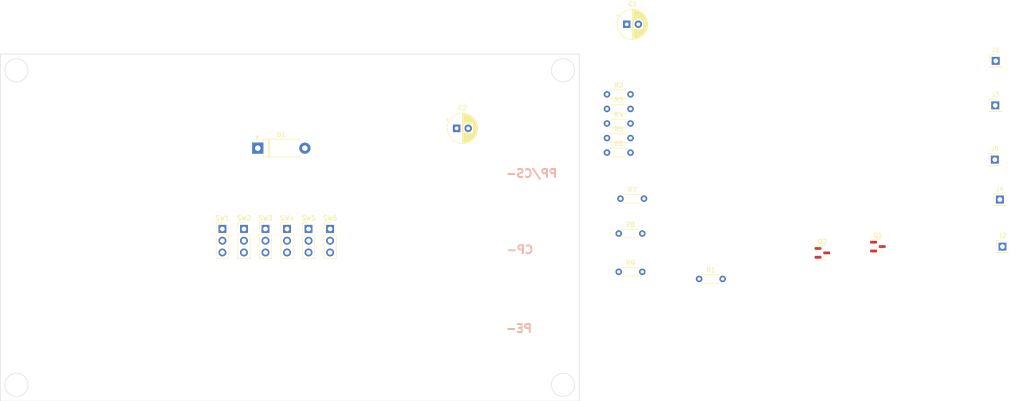
<source format=kicad_pcb>
(kicad_pcb (version 20221018) (generator pcbnew)
  (layers (0 "F.Cu" signal) (31 "B.Cu" signal) (34 "B.Paste" user) (35 "F.Paste" user) (36 "B.SilkS" user "B.Silkscreen") (37 "F.SilkS" user "F.Silkscreen") (38 "B.Mask" user) (39 "F.Mask" user) (44 "Edge.Cuts" user))
  (net 0 "")
  (net 1 "Earth_Protective")
  (net 2 "Net-(D1-A)")
  (net 3 "Net-(J3-Pin_1)")
  (net 4 "Net-(C1-Pad1)")
  (net 5 "Net-(Q1-G)")
  (net 6 "Net-(SW6-A)")
  (net 7 "Net-(SW5-A)")
  (net 8 "+5V")
  (net 10 "Net-(D1-K)")
  (net 12 "Net-(Q1-D)")
  (net 13 "Net-(C2-Pad1)")
  (net 14 "Net-(Q2-G)")
  (net 15 "Net-(Q1-S)")
  (net 16 "Net-(Q2-S)")
  (net 17 "Net-(SW4-B)")
  (net 18 "Net-(SW6-B)")
  (footprint "Resistor_THT:R_Axial_DIN0204_L3.6mm_D1.6mm_P5.08mm_Horizontal" (layer "F.Cu") (at 187.49 62.4)
    (fp_text reference "R5" (at 2.54 -1.92) (layer "F.SilkS"))
    (fp_text value "330")
    (fp_line (start 0.62 -0.92) (end 4.46 -0.92) (stroke (width 0.12)) (layer "F.SilkS"))
    (fp_line (start 0.62 0.92) (end 4.46 0.92) (stroke (width 0.12)) (layer "F.SilkS"))
    (pad "1" thru_hole circle (at 0 0) (size 1.4 1.4) (drill 0.7) (layers "*.Cu" "*.Mask") (net 7 "Net-(SW5-A)"))
    (pad "2" thru_hole oval (at 5.08 0) (size 1.4 1.4) (drill 0.7) (layers "*.Cu" "*.Mask") (net 8 "+5V"))
  )
  (footprint "Diode_THT:D_DO-15_P10.16mm_Horizontal" (layer "F.Cu") (at 112.11 64.59)
    (fp_text reference "D1" (at 5.08 -2.92) (layer "F.SilkS"))
    (fp_text value "D")
    (fp_text user "K" (at 0 -2.2) (layer "F.SilkS"))
    (fp_line (start 1.16 -1.92) (end 9 -1.92) (stroke (width 0.12)) (layer "F.SilkS"))
    (fp_line (start 1.16 -1.44) (end 1.16 -1.92) (stroke (width 0.12)) (layer "F.SilkS"))
    (fp_line (start 1.16 1.44) (end 1.16 1.92) (stroke (width 0.12)) (layer "F.SilkS"))
    (fp_line (start 1.16 1.92) (end 9 1.92) (stroke (width 0.12)) (layer "F.SilkS"))
    (fp_line (start 2.3 -1.92) (end 2.3 1.92) (stroke (width 0.12)) (layer "F.SilkS"))
    (fp_line (start 2.42 -1.92) (end 2.42 1.92) (stroke (width 0.12)) (layer "F.SilkS"))
    (fp_line (start 2.54 -1.92) (end 2.54 1.92) (stroke (width 0.12)) (layer "F.SilkS"))
    (fp_line (start 9 -1.92) (end 9 -1.44) (stroke (width 0.12)) (layer "F.SilkS"))
    (fp_line (start 9 1.92) (end 9 1.44) (stroke (width 0.12)) (layer "F.SilkS"))
    (pad "1" thru_hole rect (at 0 0) (size 2.4 2.4) (drill 1.2) (layers "*.Cu" "*.Mask") (net 10 "Net-(D1-K)"))
    (pad "2" thru_hole oval (at 10.16 0) (size 2.4 2.4) (drill 1.2) (layers "*.Cu" "*.Mask") (net 2 "Net-(D1-A)"))
  )
  (footprint "Connector_PinHeader_2.54mm:PinHeader_1x03_P2.54mm_Vertical" (layer "F.Cu") (at 127.72 82.05)
    (fp_text reference "SW6" (at 0 -2.33) (layer "F.SilkS"))
    (fp_text value "SW_SPDT")
    (fp_line (start -1.33 -1.33) (end 0 -1.33) (stroke (width 0.12)) (layer "F.SilkS"))
    (fp_line (start -1.33 0) (end -1.33 -1.33) (stroke (width 0.12)) (layer "F.SilkS"))
    (fp_line (start -1.33 1.27) (end -1.33 6.41) (stroke (width 0.12)) (layer "F.SilkS"))
    (fp_line (start -1.33 1.27) (end 1.33 1.27) (stroke (width 0.12)) (layer "F.SilkS"))
    (fp_line (start -1.33 6.41) (end 1.33 6.41) (stroke (width 0.12)) (layer "F.SilkS"))
    (fp_line (start 1.33 1.27) (end 1.33 6.41) (stroke (width 0.12)) (layer "F.SilkS"))
    (pad "1" thru_hole rect (at 0 0) (size 1.7 1.7) (drill 1) (layers "*.Cu" "*.Mask") (net 6 "Net-(SW6-A)"))
    (pad "2" thru_hole oval (at 0 2.54) (size 1.7 1.7) (drill 1) (layers "*.Cu" "*.Mask") (net 18 "Net-(SW6-B)"))
    (pad "3" thru_hole oval (at 0 5.08) (size 1.7 1.7) (drill 1) (layers "*.Cu" "*.Mask") (net 1 "Earth_Protective"))
  )
  (footprint "Resistor_THT:R_Axial_DIN0204_L3.6mm_D1.6mm_P5.08mm_Horizontal" (layer "F.Cu") (at 187.49 65.55)
    (fp_text reference "R6" (at 2.54 -1.92) (layer "F.SilkS"))
    (fp_text value "2.7K")
    (fp_line (start 0.62 -0.92) (end 4.46 -0.92) (stroke (width 0.12)) (layer "F.SilkS"))
    (fp_line (start 0.62 0.92) (end 4.46 0.92) (stroke (width 0.12)) (layer "F.SilkS"))
    (pad "1" thru_hole circle (at 0 0) (size 1.4 1.4) (drill 0.7) (layers "*.Cu" "*.Mask") (net 7 "Net-(SW5-A)"))
    (pad "2" thru_hole oval (at 5.08 0) (size 1.4 1.4) (drill 0.7) (layers "*.Cu" "*.Mask") (net 1 "Earth_Protective"))
  )
  (footprint "Connector_PinHeader_2.54mm:PinHeader_1x03_P2.54mm_Vertical" (layer "F.Cu") (at 118.42 82.05)
    (fp_text reference "SW4" (at 0 -2.33) (layer "F.SilkS"))
    (fp_text value "SW_SPDT")
    (fp_line (start -1.33 -1.33) (end 0 -1.33) (stroke (width 0.12)) (layer "F.SilkS"))
    (fp_line (start -1.33 0) (end -1.33 -1.33) (stroke (width 0.12)) (layer "F.SilkS"))
    (fp_line (start -1.33 1.27) (end -1.33 6.41) (stroke (width 0.12)) (layer "F.SilkS"))
    (fp_line (start -1.33 1.27) (end 1.33 1.27) (stroke (width 0.12)) (layer "F.SilkS"))
    (fp_line (start -1.33 6.41) (end 1.33 6.41) (stroke (width 0.12)) (layer "F.SilkS"))
    (fp_line (start 1.33 1.27) (end 1.33 6.41) (stroke (width 0.12)) (layer "F.SilkS"))
    (pad "1" thru_hole rect (at 0 0) (size 1.7 1.7) (drill 1) (layers "*.Cu" "*.Mask") (net 12 "Net-(Q1-D)"))
    (pad "2" thru_hole oval (at 0 2.54) (size 1.7 1.7) (drill 1) (layers "*.Cu" "*.Mask") (net 17 "Net-(SW4-B)"))
    (pad "3" thru_hole oval (at 0 5.08) (size 1.7 1.7) (drill 1) (layers "*.Cu" "*.Mask"))
  )
  (footprint "Connector_PinHeader_2.54mm:PinHeader_1x03_P2.54mm_Vertical" (layer "F.Cu") (at 123.07 82.05)
    (fp_text reference "SW5" (at 0 -2.33) (layer "F.SilkS"))
    (fp_text value "SW_SPDT")
    (fp_line (start -1.33 -1.33) (end 0 -1.33) (stroke (width 0.12)) (layer "F.SilkS"))
    (fp_line (start -1.33 0) (end -1.33 -1.33) (stroke (width 0.12)) (layer "F.SilkS"))
    (fp_line (start -1.33 1.27) (end -1.33 6.41) (stroke (width 0.12)) (layer "F.SilkS"))
    (fp_line (start -1.33 1.27) (end 1.33 1.27) (stroke (width 0.12)) (layer "F.SilkS"))
    (fp_line (start -1.33 6.41) (end 1.33 6.41) (stroke (width 0.12)) (layer "F.SilkS"))
    (fp_line (start 1.33 1.27) (end 1.33 6.41) (stroke (width 0.12)) (layer "F.SilkS"))
    (pad "1" thru_hole rect (at 0 0) (size 1.7 1.7) (drill 1) (layers "*.Cu" "*.Mask") (net 7 "Net-(SW5-A)"))
    (pad "2" thru_hole oval (at 0 2.54) (size 1.7 1.7) (drill 1) (layers "*.Cu" "*.Mask") (net 3 "Net-(J3-Pin_1)"))
    (pad "3" thru_hole oval (at 0 5.08) (size 1.7 1.7) (drill 1) (layers "*.Cu" "*.Mask"))
  )
  (footprint "Connector_PinHeader_2.54mm:PinHeader_1x01_P2.54mm_Vertical" (layer "F.Cu") (at 272.86 85.86)
    (fp_text reference "J2" (at 0 -2.33) (layer "F.SilkS"))
    (fp_text value "Conn_01x01")
    (fp_line (start -1.33 -1.33) (end 0 -1.33) (stroke (width 0.12)) (layer "F.SilkS"))
    (fp_line (start -1.33 0) (end -1.33 -1.33) (stroke (width 0.12)) (layer "F.SilkS"))
    (fp_line (start -1.33 1.27) (end -1.33 1.33) (stroke (width 0.12)) (layer "F.SilkS"))
    (fp_line (start -1.33 1.27) (end 1.33 1.27) (stroke (width 0.12)) (layer "F.SilkS"))
    (fp_line (start -1.33 1.33) (end 1.33 1.33) (stroke (width 0.12)) (layer "F.SilkS"))
    (fp_line (start 1.33 1.27) (end 1.33 1.33) (stroke (width 0.12)) (layer "F.SilkS"))
    (pad "1" thru_hole rect (at 0 0) (size 1.7 1.7) (drill 1) (layers "*.Cu" "*.Mask") (net 2 "Net-(D1-A)"))
  )
  (footprint "Resistor_THT:R_Axial_DIN0204_L3.6mm_D1.6mm_P5.08mm_Horizontal" (layer "F.Cu") (at 187.49 52.95)
    (fp_text reference "R2" (at 2.54 -1.92) (layer "F.SilkS"))
    (fp_text value "1.3K")
    (fp_line (start 0.62 -0.92) (end 4.46 -0.92) (stroke (width 0.12)) (layer "F.SilkS"))
    (fp_line (start 0.62 0.92) (end 4.46 0.92) (stroke (width 0.12)) (layer "F.SilkS"))
    (pad "1" thru_hole circle (at 0 0) (size 1.4 1.4) (drill 0.7) (layers "*.Cu" "*.Mask") (net 10 "Net-(D1-K)"))
    (pad "2" thru_hole oval (at 5.08 0) (size 1.4 1.4) (drill 0.7) (layers "*.Cu" "*.Mask") (net 16 "Net-(Q2-S)"))
  )
  (footprint "Connector_PinHeader_2.54mm:PinHeader_1x03_P2.54mm_Vertical" (layer "F.Cu") (at 109.12 82.05)
    (fp_text reference "SW2" (at 0 -2.33) (layer "F.SilkS"))
    (fp_text value "SW_SPDT")
    (fp_line (start -1.33 -1.33) (end 0 -1.33) (stroke (width 0.12)) (layer "F.SilkS"))
    (fp_line (start -1.33 0) (end -1.33 -1.33) (stroke (width 0.12)) (layer "F.SilkS"))
    (fp_line (start -1.33 1.27) (end -1.33 6.41) (stroke (width 0.12)) (layer "F.SilkS"))
    (fp_line (start -1.33 1.27) (end 1.33 1.27) (stroke (width 0.12)) (layer "F.SilkS"))
    (fp_line (start -1.33 6.41) (end 1.33 6.41) (stroke (width 0.12)) (layer "F.SilkS"))
    (fp_line (start 1.33 1.27) (end 1.33 6.41) (stroke (width 0.12)) (layer "F.SilkS"))
    (pad "1" thru_hole rect (at 0 0) (size 1.7 1.7) (drill 1) (layers "*.Cu" "*.Mask"))
    (pad "2" thru_hole oval (at 0 2.54) (size 1.7 1.7) (drill 1) (layers "*.Cu" "*.Mask") (net 12 "Net-(Q1-D)"))
    (pad "3" thru_hole oval (at 0 5.08) (size 1.7 1.7) (drill 1) (layers "*.Cu" "*.Mask") (net 2 "Net-(D1-A)"))
  )
  (footprint "Connector_PinHeader_2.54mm:PinHeader_1x01_P2.54mm_Vertical" (layer "F.Cu") (at 271.31 55.34)
    (fp_text reference "J3" (at 0 -2.33) (layer "F.SilkS"))
    (fp_text value "Conn_01x01")
    (fp_line (start -1.33 -1.33) (end 0 -1.33) (stroke (width 0.12)) (layer "F.SilkS"))
    (fp_line (start -1.33 0) (end -1.33 -1.33) (stroke (width 0.12)) (layer "F.SilkS"))
    (fp_line (start -1.33 1.27) (end -1.33 1.33) (stroke (width 0.12)) (layer "F.SilkS"))
    (fp_line (start -1.33 1.27) (end 1.33 1.27) (stroke (width 0.12)) (layer "F.SilkS"))
    (fp_line (start -1.33 1.33) (end 1.33 1.33) (stroke (width 0.12)) (layer "F.SilkS"))
    (fp_line (start 1.33 1.27) (end 1.33 1.33) (stroke (width 0.12)) (layer "F.SilkS"))
    (pad "1" thru_hole rect (at 0 0) (size 1.7 1.7) (drill 1) (layers "*.Cu" "*.Mask") (net 3 "Net-(J3-Pin_1)"))
  )
  (footprint "Resistor_THT:R_Axial_DIN0204_L3.6mm_D1.6mm_P5.08mm_Horizontal" (layer "F.Cu") (at 187.49 56.1)
    (fp_text reference "R3" (at 2.54 -1.92) (layer "F.SilkS"))
    (fp_text value "270")
    (fp_line (start 0.62 -0.92) (end 4.46 -0.92) (stroke (width 0.12)) (layer "F.SilkS"))
    (fp_line (start 0.62 0.92) (end 4.46 0.92) (stroke (width 0.12)) (layer "F.SilkS"))
    (pad "1" thru_hole circle (at 0 0) (size 1.4 1.4) (drill 0.7) (layers "*.Cu" "*.Mask") (net 17 "Net-(SW4-B)"))
    (pad "2" thru_hole oval (at 5.08 0) (size 1.4 1.4) (drill 0.7) (layers "*.Cu" "*.Mask") (net 10 "Net-(D1-K)"))
  )
  (footprint "Resistor_THT:R_Axial_DIN0204_L3.6mm_D1.6mm_P5.08mm_Horizontal" (layer "F.Cu") (at 190.4 75.5)
    (fp_text reference "R7" (at 2.54 -1.92) (layer "F.SilkS"))
    (fp_text value "150")
    (fp_line (start 0.62 -0.92) (end 4.46 -0.92) (stroke (width 0.12)) (layer "F.SilkS"))
    (fp_line (start 0.62 0.92) (end 4.46 0.92) (stroke (width 0.12)) (layer "F.SilkS"))
    (pad "1" thru_hole circle (at 0 0) (size 1.4 1.4) (drill 0.7) (layers "*.Cu" "*.Mask") (net 18 "Net-(SW6-B)"))
    (pad "2" thru_hole oval (at 5.08 0) (size 1.4 1.4) (drill 0.7) (layers "*.Cu" "*.Mask") (net 3 "Net-(J3-Pin_1)"))
  )
  (footprint "Package_TO_SOT_SMD:SOT-23" (layer "F.Cu") (at 233.99 87.22)
    (fp_text reference "Q2" (at 0 -2.4) (layer "F.SilkS"))
    (fp_text value "AO3400A")
    (fp_line (start 0 -1.56) (end -1.675 -1.56) (stroke (width 0.12)) (layer "F.SilkS"))
    (fp_line (start 0 -1.56) (end 0.65 -1.56) (stroke (width 0.12)) (layer "F.SilkS"))
    (fp_line (start 0 1.56) (end -0.65 1.56) (stroke (width 0.12)) (layer "F.SilkS"))
    (fp_line (start 0 1.56) (end 0.65 1.56) (stroke (width 0.12)) (layer "F.SilkS"))
    (pad "1" smd roundrect (at -0.9375 -0.95) (size 1.475 0.6) (layers "F.Cu" "F.Paste" "F.Mask") (net 14 "Net-(Q2-G)"))
    (pad "2" smd roundrect (at -0.9375 0.95) (size 1.475 0.6) (layers "F.Cu" "F.Paste" "F.Mask") (net 16 "Net-(Q2-S)"))
    (pad "3" smd roundrect (at 0.9375 0) (size 1.475 0.6) (layers "F.Cu" "F.Paste" "F.Mask") (net 12 "Net-(Q1-D)"))
  )
  (footprint "Package_TO_SOT_SMD:SOT-23" (layer "F.Cu") (at 245.98 85.86)
    (fp_text reference "Q1" (at 0 -2.4) (layer "F.SilkS"))
    (fp_text value "AO3400A")
    (fp_line (start 0 -1.56) (end -1.675 -1.56) (stroke (width 0.12)) (layer "F.SilkS"))
    (fp_line (start 0 -1.56) (end 0.65 -1.56) (stroke (width 0.12)) (layer "F.SilkS"))
    (fp_line (start 0 1.56) (end -0.65 1.56) (stroke (width 0.12)) (layer "F.SilkS"))
    (fp_line (start 0 1.56) (end 0.65 1.56) (stroke (width 0.12)) (layer "F.SilkS"))
    (pad "1" smd roundrect (at -0.9375 -0.95) (size 1.475 0.6) (layers "F.Cu" "F.Paste" "F.Mask") (net 5 "Net-(Q1-G)"))
    (pad "2" smd roundrect (at -0.9375 0.95) (size 1.475 0.6) (layers "F.Cu" "F.Paste" "F.Mask") (net 15 "Net-(Q1-S)"))
    (pad "3" smd roundrect (at 0.9375 0) (size 1.475 0.6) (layers "F.Cu" "F.Paste" "F.Mask") (net 12 "Net-(Q1-D)"))
  )
  (footprint "Connector_PinHeader_2.54mm:PinHeader_1x01_P2.54mm_Vertical" (layer "F.Cu") (at 271.41 45.71)
    (fp_text reference "J1" (at 0 -2.33) (layer "F.SilkS"))
    (fp_text value "Conn_01x01")
    (fp_line (start -1.33 -1.33) (end 0 -1.33) (stroke (width 0.12)) (layer "F.SilkS"))
    (fp_line (start -1.33 0) (end -1.33 -1.33) (stroke (width 0.12)) (layer "F.SilkS"))
    (fp_line (start -1.33 1.27) (end -1.33 1.33) (stroke (width 0.12)) (layer "F.SilkS"))
    (fp_line (start -1.33 1.27) (end 1.33 1.27) (stroke (width 0.12)) (layer "F.SilkS"))
    (fp_line (start -1.33 1.33) (end 1.33 1.33) (stroke (width 0.12)) (layer "F.SilkS"))
    (fp_line (start 1.33 1.27) (end 1.33 1.33) (stroke (width 0.12)) (layer "F.SilkS"))
    (pad "1" thru_hole rect (at 0 0) (size 1.7 1.7) (drill 1) (layers "*.Cu" "*.Mask") (net 1 "Earth_Protective"))
  )
  (footprint "Capacitor_THT:CP_Radial_D6.3mm_P2.50mm" (layer "F.Cu") (at 155.037621 60.3)
    (fp_text reference "C2" (at 1.25 -4.4) (layer "F.SilkS"))
    (fp_text value "200uF")
    (fp_line (start -2.250241 -1.839) (end -1.620241 -1.839) (stroke (width 0.12)) (layer "F.SilkS"))
    (fp_line (start -1.935241 -2.154) (end -1.935241 -1.524) (stroke (width 0.12)) (layer "F.SilkS"))
    (fp_line (start 1.25 -3.23) (end 1.25 3.23) (stroke (width 0.12)) (layer "F.SilkS"))
    (fp_line (start 1.29 -3.23) (end 1.29 3.23) (stroke (width 0.12)) (layer "F.SilkS"))
    (fp_line (start 1.33 -3.23) (end 1.33 3.23) (stroke (width 0.12)) (layer "F.SilkS"))
    (fp_line (start 1.37 -3.228) (end 1.37 3.228) (stroke (width 0.12)) (layer "F.SilkS"))
    (fp_line (start 1.41 -3.227) (end 1.41 3.227) (stroke (width 0.12)) (layer "F.SilkS"))
    (fp_line (start 1.45 -3.224) (end 1.45 3.224) (stroke (width 0.12)) (layer "F.SilkS"))
    (fp_line (start 1.49 -3.222) (end 1.49 -1.04) (stroke (width 0.12)) (layer "F.SilkS"))
    (fp_line (start 1.49 1.04) (end 1.49 3.222) (stroke (width 0.12)) (layer "F.SilkS"))
    (fp_line (start 1.53 -3.218) (end 1.53 -1.04) (stroke (width 0.12)) (layer "F.SilkS"))
    (fp_line (start 1.53 1.04) (end 1.53 3.218) (stroke (width 0.12)) (layer "F.SilkS"))
    (fp_line (start 1.57 -3.215) (end 1.57 -1.04) (stroke (width 0.12)) (layer "F.SilkS"))
    (fp_line (start 1.57 1.04) (end 1.57 3.215) (stroke (width 0.12)) (layer "F.SilkS"))
    (fp_line (start 1.61 -3.211) (end 1.61 -1.04) (stroke (width 0.12)) (layer "F.SilkS"))
    (fp_line (start 1.61 1.04) (end 1.61 3.211) (stroke (width 0.12)) (layer "F.SilkS"))
    (fp_line (start 1.65 -3.206) (end 1.65 -1.04) (stroke (width 0.12)) (layer "F.SilkS"))
    (fp_line (start 1.65 1.04) (end 1.65 3.206) (stroke (width 0.12)) (layer "F.SilkS"))
    (fp_line (start 1.69 -3.201) (end 1.69 -1.04) (stroke (width 0.12)) (layer "F.SilkS"))
    (fp_line (start 1.69 1.04) (end 1.69 3.201) (stroke (width 0.12)) (layer "F.SilkS"))
    (fp_line (start 1.73 -3.195) (end 1.73 -1.04) (stroke (width 0.12)) (layer "F.SilkS"))
    (fp_line (start 1.73 1.04) (end 1.73 3.195) (stroke (width 0.12)) (layer "F.SilkS"))
    (fp_line (start 1.77 -3.189) (end 1.77 -1.04) (stroke (width 0.12)) (layer "F.SilkS"))
    (fp_line (start 1.77 1.04) (end 1.77 3.189) (stroke (width 0.12)) (layer "F.SilkS"))
    (fp_line (start 1.81 -3.182) (end 1.81 -1.04) (stroke (width 0.12)) (layer "F.SilkS"))
    (fp_line (start 1.81 1.04) (end 1.81 3.182) (stroke (width 0.12)) (layer "F.SilkS"))
    (fp_line (start 1.85 -3.175) (end 1.85 -1.04) (stroke (width 0.12)) (layer "F.SilkS"))
    (fp_line (start 1.85 1.04) (end 1.85 3.175) (stroke (width 0.12)) (layer "F.SilkS"))
    (fp_line (start 1.89 -3.167) (end 1.89 -1.04) (stroke (width 0.12)) (layer "F.SilkS"))
    (fp_line (start 1.89 1.04) (end 1.89 3.167) (stroke (width 0.12)) (layer "F.SilkS"))
    (fp_line (start 1.93 -3.159) (end 1.93 -1.04) (stroke (width 0.12)) (layer "F.SilkS"))
    (fp_line (start 1.93 1.04) (end 1.93 3.159) (stroke (width 0.12)) (layer "F.SilkS"))
    (fp_line (start 1.971 -3.15) (end 1.971 -1.04) (stroke (width 0.12)) (layer "F.SilkS"))
    (fp_line (start 1.971 1.04) (end 1.971 3.15) (stroke (width 0.12)) (layer "F.SilkS"))
    (fp_line (start 2.011 -3.141) (end 2.011 -1.04) (stroke (width 0.12)) (layer "F.SilkS"))
    (fp_line (start 2.011 1.04) (end 2.011 3.141) (stroke (width 0.12)) (layer "F.SilkS"))
    (fp_line (start 2.051 -3.131) (end 2.051 -1.04) (stroke (width 0.12)) (layer "F.SilkS"))
    (fp_line (start 2.051 1.04) (end 2.051 3.131) (stroke (width 0.12)) (layer "F.SilkS"))
    (fp_line (start 2.091 -3.121) (end 2.091 -1.04) (stroke (width 0.12)) (layer "F.SilkS"))
    (fp_line (start 2.091 1.04) (end 2.091 3.121) (stroke (width 0.12)) (layer "F.SilkS"))
    (fp_line (start 2.131 -3.11) (end 2.131 -1.04) (stroke (width 0.12)) (layer "F.SilkS"))
    (fp_line (start 2.131 1.04) (end 2.131 3.11) (stroke (width 0.12)) (layer "F.SilkS"))
    (fp_line (start 2.171 -3.098) (end 2.171 -1.04) (stroke (width 0.12)) (layer "F.SilkS"))
    (fp_line (start 2.171 1.04) (end 2.171 3.098) (stroke (width 0.12)) (layer "F.SilkS"))
    (fp_line (start 2.211 -3.086) (end 2.211 -1.04) (stroke (width 0.12)) (layer "F.SilkS"))
    (fp_line (start 2.211 1.04) (end 2.211 3.086) (stroke (width 0.12)) (layer "F.SilkS"))
    (fp_line (start 2.251 -3.074) (end 2.251 -1.04) (stroke (width 0.12)) (layer "F.SilkS"))
    (fp_line (start 2.251 1.04) (end 2.251 3.074) (stroke (width 0.12)) (layer "F.SilkS"))
    (fp_line (start 2.291 -3.061) (end 2.291 -1.04) (stroke (width 0.12)) (layer "F.SilkS"))
    (fp_line (start 2.291 1.04) (end 2.291 3.061) (stroke (width 0.12)) (layer "F.SilkS"))
    (fp_line (start 2.331 -3.047) (end 2.331 -1.04) (stroke (width 0.12)) (layer "F.SilkS"))
    (fp_line (start 2.331 1.04) (end 2.331 3.047) (stroke (width 0.12)) (layer "F.SilkS"))
    (fp_line (start 2.371 -3.033) (end 2.371 -1.04) (stroke (width 0.12)) (layer "F.SilkS"))
    (fp_line (start 2.371 1.04) (end 2.371 3.033) (stroke (width 0.12)) (layer "F.SilkS"))
    (fp_line (start 2.411 -3.018) (end 2.411 -1.04) (stroke (width 0.12)) (layer "F.SilkS"))
    (fp_line (start 2.411 1.04) (end 2.411 3.018) (stroke (width 0.12)) (layer "F.SilkS"))
    (fp_line (start 2.451 -3.002) (end 2.451 -1.04) (stroke (width 0.12)) (layer "F.SilkS"))
    (fp_line (start 2.451 1.04) (end 2.451 3.002) (stroke (width 0.12)) (layer "F.SilkS"))
    (fp_line (start 2.491 -2.986) (end 2.491 -1.04) (stroke (width 0.12)) (layer "F.SilkS"))
    (fp_line (start 2.491 1.04) (end 2.491 2.986) (stroke (width 0.12)) (layer "F.SilkS"))
    (fp_line (start 2.531 -2.97) (end 2.531 -1.04) (stroke (width 0.12)) (layer "F.SilkS"))
    (fp_line (start 2.531 1.04) (end 2.531 2.97) (stroke (width 0.12)) (layer "F.SilkS"))
    (fp_line (start 2.571 -2.952) (end 2.571 -1.04) (stroke (width 0.12)) (layer "F.SilkS"))
    (fp_line (start 2.571 1.04) (end 2.571 2.952) (stroke (width 0.12)) (layer "F.SilkS"))
    (fp_line (start 2.611 -2.934) (end 2.611 -1.04) (stroke (width 0.12)) (layer "F.SilkS"))
    (fp_line (start 2.611 1.04) (end 2.611 2.934) (stroke (width 0.12)) (layer "F.SilkS"))
    (fp_line (start 2.651 -2.916) (end 2.651 -1.04) (stroke (width 0.12)) (layer "F.SilkS"))
    (fp_line (start 2.651 1.04) (end 2.651 2.916) (stroke (width 0.12)) (layer "F.SilkS"))
    (fp_line (start 2.691 -2.896) (end 2.691 -1.04) (stroke (width 0.12)) (layer "F.SilkS"))
    (fp_line (start 2.691 1.04) (end 2.691 2.896) (stroke (width 0.12)) (layer "F.SilkS"))
    (fp_line (start 2.731 -2.876) (end 2.731 -1.04) (stroke (width 0.12)) (layer "F.SilkS"))
    (fp_line (start 2.731 1.04) (end 2.731 2.876) (stroke (width 0.12)) (layer "F.SilkS"))
    (fp_line (start 2.771 -2.856) (end 2.771 -1.04) (stroke (width 0.12)) (layer "F.SilkS"))
    (fp_line (start 2.771 1.04) (end 2.771 2.856) (stroke (width 0.12)) (layer "F.SilkS"))
    (fp_line (start 2.811 -2.834) (end 2.811 -1.04) (stroke (width 0.12)) (layer "F.SilkS"))
    (fp_line (start 2.811 1.04) (end 2.811 2.834) (stroke (width 0.12)) (layer "F.SilkS"))
    (fp_line (start 2.851 -2.812) (end 2.851 -1.04) (stroke (width 0.12)) (layer "F.SilkS"))
    (fp_line (start 2.851 1.04) (end 2.851 2.812) (stroke (width 0.12)) (layer "F.SilkS"))
    (fp_line (start 2.891 -2.79) (end 2.891 -1.04) (stroke (width 0.12)) (layer "F.SilkS"))
    (fp_line (start 2.891 1.04) (end 2.891 2.79) (stroke (width 0.12)) (layer "F.SilkS"))
    (fp_line (start 2.931 -2.766) (end 2.931 -1.04) (stroke (width 0.12)) (layer "F.SilkS"))
    (fp_line (start 2.931 1.04) (end 2.931 2.766) (stroke (width 0.12)) (layer "F.SilkS"))
    (fp_line (start 2.971 -2.742) (end 2.971 -1.04) (stroke (width 0.12)) (layer "F.SilkS"))
    (fp_line (start 2.971 1.04) (end 2.971 2.742) (stroke (width 0.12)) (layer "F.SilkS"))
    (fp_line (start 3.011 -2.716) (end 3.011 -1.04) (stroke (width 0.12)) (layer "F.SilkS"))
    (fp_line (start 3.011 1.04) (end 3.011 2.716) (stroke (width 0.12)) (layer "F.SilkS"))
    (fp_line (start 3.051 -2.69) (end 3.051 -1.04) (stroke (width 0.12)) (layer "F.SilkS"))
    (fp_line (start 3.051 1.04) (end 3.051 2.69) (stroke (width 0.12)) (layer "F.SilkS"))
    (fp_line (start 3.091 -2.664) (end 3.091 -1.04) (stroke (width 0.12)) (layer "F.SilkS"))
    (fp_line (start 3.091 1.04) (end 3.091 2.664) (stroke (width 0.12)) (layer "F.SilkS"))
    (fp_line (start 3.131 -2.636) (end 3.131 -1.04) (stroke (width 0.12)) (layer "F.SilkS"))
    (fp_line (start 3.131 1.04) (end 3.131 2.636) (stroke (width 0.12)) (layer "F.SilkS"))
    (fp_line (start 3.171 -2.607) (end 3.171 -1.04) (stroke (width 0.12)) (layer "F.SilkS"))
    (fp_line (start 3.171 1.04) (end 3.171 2.607) (stroke (width 0.12)) (layer "F.SilkS"))
    (fp_line (start 3.211 -2.578) (end 3.211 -1.04) (stroke (width 0.12)) (layer "F.SilkS"))
    (fp_line (start 3.211 1.04) (end 3.211 2.578) (stroke (width 0.12)) (layer "F.SilkS"))
    (fp_line (start 3.251 -2.548) (end 3.251 -1.04) (stroke (width 0.12)) (layer "F.SilkS"))
    (fp_line (start 3.251 1.04) (end 3.251 2.548) (stroke (width 0.12)) (layer "F.SilkS"))
    (fp_line (start 3.291 -2.516) (end 3.291 -1.04) (stroke (width 0.12)) (layer "F.SilkS"))
    (fp_line (start 3.291 1.04) (end 3.291 2.516) (stroke (width 0.12)) (layer "F.SilkS"))
    (fp_line (start 3.331 -2.484) (end 3.331 -1.04) (stroke (width 0.12)) (layer "F.SilkS"))
    (fp_line (start 3.331 1.04) (end 3.331 2.484) (stroke (width 0.12)) (layer "F.SilkS"))
    (fp_line (start 3.371 -2.45) (end 3.371 -1.04) (stroke (width 0.12)) (layer "F.SilkS"))
    (fp_line (start 3.371 1.04) (end 3.371 2.45) (stroke (width 0.12)) (layer "F.SilkS"))
    (fp_line (start 3.411 -2.416) (end 3.411 -1.04) (stroke (width 0.12)) (layer "F.SilkS"))
    (fp_line (start 3.411 1.04) (end 3.411 2.416) (stroke (width 0.12)) (layer "F.SilkS"))
    (fp_line (start 3.451 -2.38) (end 3.451 -1.04) (stroke (width 0.12)) (layer "F.SilkS"))
    (fp_line (start 3.451 1.04) (end 3.451 2.38) (stroke (width 0.12)) (layer "F.SilkS"))
    (fp_line (start 3.491 -2.343) (end 3.491 -1.04) (stroke (width 0.12)) (layer "F.SilkS"))
    (fp_line (start 3.491 1.04) (end 3.491 2.343) (stroke (width 0.12)) (layer "F.SilkS"))
    (fp_line (start 3.531 -2.305) (end 3.531 -1.04) (stroke (width 0.12)) (layer "F.SilkS"))
    (fp_line (start 3.531 1.04) (end 3.531 2.305) (stroke (width 0.12)) (layer "F.SilkS"))
    (fp_line (start 3.571 -2.265) (end 3.571 2.265) (stroke (width 0.12)) (layer "F.SilkS"))
    (fp_line (start 3.611 -2.224) (end 3.611 2.224) (stroke (width 0.12)) (layer "F.SilkS"))
    (fp_line (start 3.651 -2.182) (end 3.651 2.182) (stroke (width 0.12)) (layer "F.SilkS"))
    (fp_line (start 3.691 -2.137) (end 3.691 2.137) (stroke (width 0.12)) (layer "F.SilkS"))
    (fp_line (start 3.731 -2.092) (end 3.731 2.092) (stroke (width 0.12)) (layer "F.SilkS"))
    (fp_line (start 3.771 -2.044) (end 3.771 2.044) (stroke (width 0.12)) (layer "F.SilkS"))
    (fp_line (start 3.811 -1.995) (end 3.811 1.995) (stroke (width 0.12)) (layer "F.SilkS"))
    (fp_line (start 3.851 -1.944) (end 3.851 1.944) (stroke (width 0.12)) (layer "F.SilkS"))
    (fp_line (start 3.891 -1.89) (end 3.891 1.89) (stroke (width 0.12)) (layer "F.SilkS"))
    (fp_line (start 3.931 -1.834) (end 3.931 1.834) (stroke (width 0.12)) (layer "F.SilkS"))
    (fp_line (start 3.971 -1.776) (end 3.971 1.776) (stroke (width 0.12)) (layer "F.SilkS"))
    (fp_line (start 4.011 -1.714) (end 4.011 1.714) (stroke (width 0.12)) (layer "F.SilkS"))
    (fp_line (start 4.051 -1.65) (end 4.051 1.65) (stroke (width 0.12)) (layer "F.SilkS"))
    (fp_line (start 4.091 -1.581) (end 4.091 1.581) (stroke (width 0.12)) (layer "F.SilkS"))
    (fp_line (start 4.131 -1.509) (end 4.131 1.509) (stroke (width 0.12)) (layer "F.SilkS"))
    (fp_line (start 4.171 -1.432) (end 4.171 1.432) (stroke (width 0.12)) (layer "F.SilkS"))
    (fp_line (start 4.211 -1.35) (end 4.211 1.35) (stroke (width 0.12)) (layer "F.SilkS"))
    (fp_line (start 4.251 -1.262) (end 4.251 1.262) (stroke (width 0.12)) (layer "F.SilkS"))
    (fp_line (start 4.291 -1.165) (end 4.291 1.165) (stroke (width 0.12)) (layer "F.SilkS"))
    (fp_line (start 4.331 -1.059) (end 4.331 1.059) (stroke (width 0.12)) (layer "F.SilkS"))
    (fp_line (start 4.371 -0.94) (end 4.371 0.94) (stroke (width 0.12)) (layer "F.SilkS"))
    (fp_line (start 4.411 -0.802) (end 4.411 0.802) (stroke (width 0.12)) (layer "F.SilkS"))
    (fp_line (start 4.451 -0.633) (end 4.451 0.633) (stroke (width 0.12)) (layer "F.SilkS"))
    (fp_line (start 4.491 -0.402) (end 4.491 0.402) (stroke (width 0.12)) (layer "F.SilkS"))
    (fp_circle (center 1.25 0) (end 4.52 0) (stroke (width 0.12)) (fill none) (layer "F.SilkS"))
    (pad "1" thru_hole rect (at 0 0) (size 1.6 1.6) (drill 0.8) (layers "*.Cu" "*.Mask") (net 13 "Net-(C2-Pad1)"))
    (pad "2" thru_hole circle (at 2.5 0) (size 1.6 1.6) (drill 0.8) (layers "*.Cu" "*.Mask") (net 14 "Net-(Q2-G)"))
  )
  (footprint "Connector_PinHeader_2.54mm:PinHeader_1x01_P2.54mm_Vertical" (layer "F.Cu") (at 272.31 75.69)
    (fp_text reference "J4" (at 0 -2.33) (layer "F.SilkS"))
    (fp_text value "Conn_01x01")
    (fp_line (start -1.33 -1.33) (end 0 -1.33) (stroke (width 0.12)) (layer "F.SilkS"))
    (fp_line (start -1.33 0) (end -1.33 -1.33) (stroke (width 0.12)) (layer "F.SilkS"))
    (fp_line (start -1.33 1.27) (end -1.33 1.33) (stroke (width 0.12)) (layer "F.SilkS"))
    (fp_line (start -1.33 1.27) (end 1.33 1.27) (stroke (width 0.12)) (layer "F.SilkS"))
    (fp_line (start -1.33 1.33) (end 1.33 1.33) (stroke (width 0.12)) (layer "F.SilkS"))
    (fp_line (start 1.33 1.27) (end 1.33 1.33) (stroke (width 0.12)) (layer "F.SilkS"))
    (pad "1" thru_hole rect (at 0 0) (size 1.7 1.7) (drill 1) (layers "*.Cu" "*.Mask") (net 8 "+5V"))
  )
  (footprint "Connector_PinHeader_2.54mm:PinHeader_1x01_P2.54mm_Vertical" (layer "F.Cu") (at 271.22 67.06)
    (fp_text reference "J5" (at 0 -2.33) (layer "F.SilkS"))
    (fp_text value "Conn_01x01")
    (fp_line (start -1.33 -1.33) (end 0 -1.33) (stroke (width 0.12)) (layer "F.SilkS"))
    (fp_line (start -1.33 0) (end -1.33 -1.33) (stroke (width 0.12)) (layer "F.SilkS"))
    (fp_line (start -1.33 1.27) (end -1.33 1.33) (stroke (width 0.12)) (layer "F.SilkS"))
    (fp_line (start -1.33 1.27) (end 1.33 1.27) (stroke (width 0.12)) (layer "F.SilkS"))
    (fp_line (start -1.33 1.33) (end 1.33 1.33) (stroke (width 0.12)) (layer "F.SilkS"))
    (fp_line (start 1.33 1.27) (end 1.33 1.33) (stroke (width 0.12)) (layer "F.SilkS"))
    (pad "1" thru_hole rect (at 0 0) (size 1.7 1.7) (drill 1) (layers "*.Cu" "*.Mask") (net 1 "Earth_Protective"))
  )
  (footprint "Resistor_THT:R_Axial_DIN0204_L3.6mm_D1.6mm_P5.08mm_Horizontal" (layer "F.Cu") (at 190.03 91.31)
    (fp_text reference "R9" (at 2.54 -1.92) (layer "F.SilkS"))
    (fp_text value "2.74K")
    (fp_line (start 0.62 -0.92) (end 4.46 -0.92) (stroke (width 0.12)) (layer "F.SilkS"))
    (fp_line (start 0.62 0.92) (end 4.46 0.92) (stroke (width 0.12)) (layer "F.SilkS"))
    (pad "1" thru_hole circle (at 0 0) (size 1.4 1.4) (drill 0.7) (layers "*.Cu" "*.Mask") (net 10 "Net-(D1-K)"))
    (pad "2" thru_hole oval (at 5.08 0) (size 1.4 1.4) (drill 0.7) (layers "*.Cu" "*.Mask") (net 13 "Net-(C2-Pad1)"))
  )
  (footprint "Resistor_THT:R_Axial_DIN0204_L3.6mm_D1.6mm_P5.08mm_Horizontal" (layer "F.Cu") (at 190.03 83.04)
    (fp_text reference "R8" (at 2.54 -1.92) (layer "F.SilkS"))
    (fp_text value "2.74K")
    (fp_line (start 0.62 -0.92) (end 4.46 -0.92) (stroke (width 0.12)) (layer "F.SilkS"))
    (fp_line (start 0.62 0.92) (end 4.46 0.92) (stroke (width 0.12)) (layer "F.SilkS"))
    (pad "1" thru_hole circle (at 0 0) (size 1.4 1.4) (drill 0.7) (layers "*.Cu" "*.Mask") (net 10 "Net-(D1-K)"))
    (pad "2" thru_hole oval (at 5.08 0) (size 1.4 1.4) (drill 0.7) (layers "*.Cu" "*.Mask") (net 4 "Net-(C1-Pad1)"))
  )
  (footprint "Resistor_THT:R_Axial_DIN0204_L3.6mm_D1.6mm_P5.08mm_Horizontal" (layer "F.Cu") (at 187.49 59.25)
    (fp_text reference "R4" (at 2.54 -1.92) (layer "F.SilkS"))
    (fp_text value "330")
    (fp_line (start 0.62 -0.92) (end 4.46 -0.92) (stroke (width 0.12)) (layer "F.SilkS"))
    (fp_line (start 0.62 0.92) (end 4.46 0.92) (stroke (width 0.12)) (layer "F.SilkS"))
    (pad "1" thru_hole circle (at 0 0) (size 1.4 1.4) (drill 0.7) (layers "*.Cu" "*.Mask") (net 6 "Net-(SW6-A)"))
    (pad "2" thru_hole oval (at 5.08 0) (size 1.4 1.4) (drill 0.7) (layers "*.Cu" "*.Mask") (net 1 "Earth_Protective"))
  )
  (footprint "Connector_PinHeader_2.54mm:PinHeader_1x03_P2.54mm_Vertical" (layer "F.Cu") (at 104.47 82.05)
    (fp_text reference "SW1" (at 0 -2.33) (layer "F.SilkS"))
    (fp_text value "SW_SPDT")
    (fp_line (start -1.33 -1.33) (end 0 -1.33) (stroke (width 0.12)) (layer "F.SilkS"))
    (fp_line (start -1.33 0) (end -1.33 -1.33) (stroke (width 0.12)) (layer "F.SilkS"))
    (fp_line (start -1.33 1.27) (end -1.33 6.41) (stroke (width 0.12)) (layer "F.SilkS"))
    (fp_line (start -1.33 1.27) (end 1.33 1.27) (stroke (width 0.12)) (layer "F.SilkS"))
    (fp_line (start -1.33 6.41) (end 1.33 6.41) (stroke (width 0.12)) (layer "F.SilkS"))
    (fp_line (start 1.33 1.27) (end 1.33 6.41) (stroke (width 0.12)) (layer "F.SilkS"))
    (pad "1" thru_hole rect (at 0 0) (size 1.7 1.7) (drill 1) (layers "*.Cu" "*.Mask") (net 12 "Net-(Q1-D)"))
    (pad "2" thru_hole oval (at 0 2.54) (size 1.7 1.7) (drill 1) (layers "*.Cu" "*.Mask") (net 1 "Earth_Protective"))
    (pad "3" thru_hole oval (at 0 5.08) (size 1.7 1.7) (drill 1) (layers "*.Cu" "*.Mask"))
  )
  (footprint "Resistor_THT:R_Axial_DIN0204_L3.6mm_D1.6mm_P5.08mm_Horizontal" (layer "F.Cu") (at 207.38 92.85)
    (fp_text reference "R1" (at 2.54 -1.92) (layer "F.SilkS"))
    (fp_text value "2.74K")
    (fp_line (start 0.62 -0.92) (end 4.46 -0.92) (stroke (width 0.12)) (layer "F.SilkS"))
    (fp_line (start 0.62 0.92) (end 4.46 0.92) (stroke (width 0.12)) (layer "F.SilkS"))
    (pad "1" thru_hole circle (at 0 0) (size 1.4 1.4) (drill 0.7) (layers "*.Cu" "*.Mask") (net 10 "Net-(D1-K)"))
    (pad "2" thru_hole oval (at 5.08 0) (size 1.4 1.4) (drill 0.7) (layers "*.Cu" "*.Mask") (net 15 "Net-(Q1-S)"))
  )
  (footprint "Capacitor_THT:CP_Radial_D6.3mm_P2.50mm" (layer "F.Cu") (at 191.757621 37.81)
    (fp_text reference "C1" (at 1.25 -4.4) (layer "F.SilkS"))
    (fp_text value "100uF")
    (fp_line (start -2.250241 -1.839) (end -1.620241 -1.839) (stroke (width 0.12)) (layer "F.SilkS"))
    (fp_line (start -1.935241 -2.154) (end -1.935241 -1.524) (stroke (width 0.12)) (layer "F.SilkS"))
    (fp_line (start 1.25 -3.23) (end 1.25 3.23) (stroke (width 0.12)) (layer "F.SilkS"))
    (fp_line (start 1.29 -3.23) (end 1.29 3.23) (stroke (width 0.12)) (layer "F.SilkS"))
    (fp_line (start 1.33 -3.23) (end 1.33 3.23) (stroke (width 0.12)) (layer "F.SilkS"))
    (fp_line (start 1.37 -3.228) (end 1.37 3.228) (stroke (width 0.12)) (layer "F.SilkS"))
    (fp_line (start 1.41 -3.227) (end 1.41 3.227) (stroke (width 0.12)) (layer "F.SilkS"))
    (fp_line (start 1.45 -3.224) (end 1.45 3.224) (stroke (width 0.12)) (layer "F.SilkS"))
    (fp_line (start 1.49 -3.222) (end 1.49 -1.04) (stroke (width 0.12)) (layer "F.SilkS"))
    (fp_line (start 1.49 1.04) (end 1.49 3.222) (stroke (width 0.12)) (layer "F.SilkS"))
    (fp_line (start 1.53 -3.218) (end 1.53 -1.04) (stroke (width 0.12)) (layer "F.SilkS"))
    (fp_line (start 1.53 1.04) (end 1.53 3.218) (stroke (width 0.12)) (layer "F.SilkS"))
    (fp_line (start 1.57 -3.215) (end 1.57 -1.04) (stroke (width 0.12)) (layer "F.SilkS"))
    (fp_line (start 1.57 1.04) (end 1.57 3.215) (stroke (width 0.12)) (layer "F.SilkS"))
    (fp_line (start 1.61 -3.211) (end 1.61 -1.04) (stroke (width 0.12)) (layer "F.SilkS"))
    (fp_line (start 1.61 1.04) (end 1.61 3.211) (stroke (width 0.12)) (layer "F.SilkS"))
    (fp_line (start 1.65 -3.206) (end 1.65 -1.04) (stroke (width 0.12)) (layer "F.SilkS"))
    (fp_line (start 1.65 1.04) (end 1.65 3.206) (stroke (width 0.12)) (layer "F.SilkS"))
    (fp_line (start 1.69 -3.201) (end 1.69 -1.04) (stroke (width 0.12)) (layer "F.SilkS"))
    (fp_line (start 1.69 1.04) (end 1.69 3.201) (stroke (width 0.12)) (layer "F.SilkS"))
    (fp_line (start 1.73 -3.195) (end 1.73 -1.04) (stroke (width 0.12)) (layer "F.SilkS"))
    (fp_line (start 1.73 1.04) (end 1.73 3.195) (stroke (width 0.12)) (layer "F.SilkS"))
    (fp_line (start 1.77 -3.189) (end 1.77 -1.04) (stroke (width 0.12)) (layer "F.SilkS"))
    (fp_line (start 1.77 1.04) (end 1.77 3.189) (stroke (width 0.12)) (layer "F.SilkS"))
    (fp_line (start 1.81 -3.182) (end 1.81 -1.04) (stroke (width 0.12)) (layer "F.SilkS"))
    (fp_line (start 1.81 1.04) (end 1.81 3.182) (stroke (width 0.12)) (layer "F.SilkS"))
    (fp_line (start 1.85 -3.175) (end 1.85 -1.04) (stroke (width 0.12)) (layer "F.SilkS"))
    (fp_line (start 1.85 1.04) (end 1.85 3.175) (stroke (width 0.12)) (layer "F.SilkS"))
    (fp_line (start 1.89 -3.167) (end 1.89 -1.04) (stroke (width 0.12)) (layer "F.SilkS"))
    (fp_line (start 1.89 1.04) (end 1.89 3.167) (stroke (width 0.12)) (layer "F.SilkS"))
    (fp_line (start 1.93 -3.159) (end 1.93 -1.04) (stroke (width 0.12)) (layer "F.SilkS"))
    (fp_line (start 1.93 1.04) (end 1.93 3.159) (stroke (width 0.12)) (layer "F.SilkS"))
    (fp_line (start 1.971 -3.15) (end 1.971 -1.04) (stroke (width 0.12)) (layer "F.SilkS"))
    (fp_line (start 1.971 1.04) (end 1.971 3.15) (stroke (width 0.12)) (layer "F.SilkS"))
    (fp_line (start 2.011 -3.141) (end 2.011 -1.04) (stroke (width 0.12)) (layer "F.SilkS"))
    (fp_line (start 2.011 1.04) (end 2.011 3.141) (stroke (width 0.12)) (layer "F.SilkS"))
    (fp_line (start 2.051 -3.131) (end 2.051 -1.04) (stroke (width 0.12)) (layer "F.SilkS"))
    (fp_line (start 2.051 1.04) (end 2.051 3.131) (stroke (width 0.12)) (layer "F.SilkS"))
    (fp_line (start 2.091 -3.121) (end 2.091 -1.04) (stroke (width 0.12)) (layer "F.SilkS"))
    (fp_line (start 2.091 1.04) (end 2.091 3.121) (stroke (width 0.12)) (layer "F.SilkS"))
    (fp_line (start 2.131 -3.11) (end 2.131 -1.04) (stroke (width 0.12)) (layer "F.SilkS"))
    (fp_line (start 2.131 1.04) (end 2.131 3.11) (stroke (width 0.12)) (layer "F.SilkS"))
    (fp_line (start 2.171 -3.098) (end 2.171 -1.04) (stroke (width 0.12)) (layer "F.SilkS"))
    (fp_line (start 2.171 1.04) (end 2.171 3.098) (stroke (width 0.12)) (layer "F.SilkS"))
    (fp_line (start 2.211 -3.086) (end 2.211 -1.04) (stroke (width 0.12)) (layer "F.SilkS"))
    (fp_line (start 2.211 1.04) (end 2.211 3.086) (stroke (width 0.12)) (layer "F.SilkS"))
    (fp_line (start 2.251 -3.074) (end 2.251 -1.04) (stroke (width 0.12)) (layer "F.SilkS"))
    (fp_line (start 2.251 1.04) (end 2.251 3.074) (stroke (width 0.12)) (layer "F.SilkS"))
    (fp_line (start 2.291 -3.061) (end 2.291 -1.04) (stroke (width 0.12)) (layer "F.SilkS"))
    (fp_line (start 2.291 1.04) (end 2.291 3.061) (stroke (width 0.12)) (layer "F.SilkS"))
    (fp_line (start 2.331 -3.047) (end 2.331 -1.04) (stroke (width 0.12)) (layer "F.SilkS"))
    (fp_line (start 2.331 1.04) (end 2.331 3.047) (stroke (width 0.12)) (layer "F.SilkS"))
    (fp_line (start 2.371 -3.033) (end 2.371 -1.04) (stroke (width 0.12)) (layer "F.SilkS"))
    (fp_line (start 2.371 1.04) (end 2.371 3.033) (stroke (width 0.12)) (layer "F.SilkS"))
    (fp_line (start 2.411 -3.018) (end 2.411 -1.04) (stroke (width 0.12)) (layer "F.SilkS"))
    (fp_line (start 2.411 1.04) (end 2.411 3.018) (stroke (width 0.12)) (layer "F.SilkS"))
    (fp_line (start 2.451 -3.002) (end 2.451 -1.04) (stroke (width 0.12)) (layer "F.SilkS"))
    (fp_line (start 2.451 1.04) (end 2.451 3.002) (stroke (width 0.12)) (layer "F.SilkS"))
    (fp_line (start 2.491 -2.986) (end 2.491 -1.04) (stroke (width 0.12)) (layer "F.SilkS"))
    (fp_line (start 2.491 1.04) (end 2.491 2.986) (stroke (width 0.12)) (layer "F.SilkS"))
    (fp_line (start 2.531 -2.97) (end 2.531 -1.04) (stroke (width 0.12)) (layer "F.SilkS"))
    (fp_line (start 2.531 1.04) (end 2.531 2.97) (stroke (width 0.12)) (layer "F.SilkS"))
    (fp_line (start 2.571 -2.952) (end 2.571 -1.04) (stroke (width 0.12)) (layer "F.SilkS"))
    (fp_line (start 2.571 1.04) (end 2.571 2.952) (stroke (width 0.12)) (layer "F.SilkS"))
    (fp_line (start 2.611 -2.934) (end 2.611 -1.04) (stroke (width 0.12)) (layer "F.SilkS"))
    (fp_line (start 2.611 1.04) (end 2.611 2.934) (stroke (width 0.12)) (layer "F.SilkS"))
    (fp_line (start 2.651 -2.916) (end 2.651 -1.04) (stroke (width 0.12)) (layer "F.SilkS"))
    (fp_line (start 2.651 1.04) (end 2.651 2.916) (stroke (width 0.12)) (layer "F.SilkS"))
    (fp_line (start 2.691 -2.896) (end 2.691 -1.04) (stroke (width 0.12)) (layer "F.SilkS"))
    (fp_line (start 2.691 1.04) (end 2.691 2.896) (stroke (width 0.12)) (layer "F.SilkS"))
    (fp_line (start 2.731 -2.876) (end 2.731 -1.04) (stroke (width 0.12)) (layer "F.SilkS"))
    (fp_line (start 2.731 1.04) (end 2.731 2.876) (stroke (width 0.12)) (layer "F.SilkS"))
    (fp_line (start 2.771 -2.856) (end 2.771 -1.04) (stroke (width 0.12)) (layer "F.SilkS"))
    (fp_line (start 2.771 1.04) (end 2.771 2.856) (stroke (width 0.12)) (layer "F.SilkS"))
    (fp_line (start 2.811 -2.834) (end 2.811 -1.04) (stroke (width 0.12)) (layer "F.SilkS"))
    (fp_line (start 2.811 1.04) (end 2.811 2.834) (stroke (width 0.12)) (layer "F.SilkS"))
    (fp_line (start 2.851 -2.812) (end 2.851 -1.04) (stroke (width 0.12)) (layer "F.SilkS"))
    (fp_line (start 2.851 1.04) (end 2.851 2.812) (stroke (width 0.12)) (layer "F.SilkS"))
    (fp_line (start 2.891 -2.79) (end 2.891 -1.04) (stroke (width 0.12)) (layer "F.SilkS"))
    (fp_line (start 2.891 1.04) (end 2.891 2.79) (stroke (width 0.12)) (layer "F.SilkS"))
    (fp_line (start 2.931 -2.766) (end 2.931 -1.04) (stroke (width 0.12)) (layer "F.SilkS"))
    (fp_line (start 2.931 1.04) (end 2.931 2.766) (stroke (width 0.12)) (layer "F.SilkS"))
    (fp_line (start 2.971 -2.742) (end 2.971 -1.04) (stroke (width 0.12)) (layer "F.SilkS"))
    (fp_line (start 2.971 1.04) (end 2.971 2.742) (stroke (width 0.12)) (layer "F.SilkS"))
    (fp_line (start 3.011 -2.716) (end 3.011 -1.04) (stroke (width 0.12)) (layer "F.SilkS"))
    (fp_line (start 3.011 1.04) (end 3.011 2.716) (stroke (width 0.12)) (layer "F.SilkS"))
    (fp_line (start 3.051 -2.69) (end 3.051 -1.04) (stroke (width 0.12)) (layer "F.SilkS"))
    (fp_line (start 3.051 1.04) (end 3.051 2.69) (stroke (width 0.12)) (layer "F.SilkS"))
    (fp_line (start 3.091 -2.664) (end 3.091 -1.04) (stroke (width 0.12)) (layer "F.SilkS"))
    (fp_line (start 3.091 1.04) (end 3.091 2.664) (stroke (width 0.12)) (layer "F.SilkS"))
    (fp_line (start 3.131 -2.636) (end 3.131 -1.04) (stroke (width 0.12)) (layer "F.SilkS"))
    (fp_line (start 3.131 1.04) (end 3.131 2.636) (stroke (width 0.12)) (layer "F.SilkS"))
    (fp_line (start 3.171 -2.607) (end 3.171 -1.04) (stroke (width 0.12)) (layer "F.SilkS"))
    (fp_line (start 3.171 1.04) (end 3.171 2.607) (stroke (width 0.12)) (layer "F.SilkS"))
    (fp_line (start 3.211 -2.578) (end 3.211 -1.04) (stroke (width 0.12)) (layer "F.SilkS"))
    (fp_line (start 3.211 1.04) (end 3.211 2.578) (stroke (width 0.12)) (layer "F.SilkS"))
    (fp_line (start 3.251 -2.548) (end 3.251 -1.04) (stroke (width 0.12)) (layer "F.SilkS"))
    (fp_line (start 3.251 1.04) (end 3.251 2.548) (stroke (width 0.12)) (layer "F.SilkS"))
    (fp_line (start 3.291 -2.516) (end 3.291 -1.04) (stroke (width 0.12)) (layer "F.SilkS"))
    (fp_line (start 3.291 1.04) (end 3.291 2.516) (stroke (width 0.12)) (layer "F.SilkS"))
    (fp_line (start 3.331 -2.484) (end 3.331 -1.04) (stroke (width 0.12)) (layer "F.SilkS"))
    (fp_line (start 3.331 1.04) (end 3.331 2.484) (stroke (width 0.12)) (layer "F.SilkS"))
    (fp_line (start 3.371 -2.45) (end 3.371 -1.04) (stroke (width 0.12)) (layer "F.SilkS"))
    (fp_line (start 3.371 1.04) (end 3.371 2.45) (stroke (width 0.12)) (layer "F.SilkS"))
    (fp_line (start 3.411 -2.416) (end 3.411 -1.04) (stroke (width 0.12)) (layer "F.SilkS"))
    (fp_line (start 3.411 1.04) (end 3.411 2.416) (stroke (width 0.12)) (layer "F.SilkS"))
    (fp_line (start 3.451 -2.38) (end 3.451 -1.04) (stroke (width 0.12)) (layer "F.SilkS"))
    (fp_line (start 3.451 1.04) (end 3.451 2.38) (stroke (width 0.12)) (layer "F.SilkS"))
    (fp_line (start 3.491 -2.343) (end 3.491 -1.04) (stroke (width 0.12)) (layer "F.SilkS"))
    (fp_line (start 3.491 1.04) (end 3.491 2.343) (stroke (width 0.12)) (layer "F.SilkS"))
    (fp_line (start 3.531 -2.305) (end 3.531 -1.04) (stroke (width 0.12)) (layer "F.SilkS"))
    (fp_line (start 3.531 1.04) (end 3.531 2.305) (stroke (width 0.12)) (layer "F.SilkS"))
    (fp_line (start 3.571 -2.265) (end 3.571 2.265) (stroke (width 0.12)) (layer "F.SilkS"))
    (fp_line (start 3.611 -2.224) (end 3.611 2.224) (stroke (width 0.12)) (layer "F.SilkS"))
    (fp_line (start 3.651 -2.182) (end 3.651 2.182) (stroke (width 0.12)) (layer "F.SilkS"))
    (fp_line (start 3.691 -2.137) (end 3.691 2.137) (stroke (width 0.12)) (layer "F.SilkS"))
    (fp_line (start 3.731 -2.092) (end 3.731 2.092) (stroke (width 0.12)) (layer "F.SilkS"))
    (fp_line (start 3.771 -2.044) (end 3.771 2.044) (stroke (width 0.12)) (layer "F.SilkS"))
    (fp_line (start 3.811 -1.995) (end 3.811 1.995) (stroke (width 0.12)) (layer "F.SilkS"))
    (fp_line (start 3.851 -1.944) (end 3.851 1.944) (stroke (width 0.12)) (layer "F.SilkS"))
    (fp_line (start 3.891 -1.89) (end 3.891 1.89) (stroke (width 0.12)) (layer "F.SilkS"))
    (fp_line (start 3.931 -1.834) (end 3.931 1.834) (stroke (width 0.12)) (layer "F.SilkS"))
    (fp_line (start 3.971 -1.776) (end 3.971 1.776) (stroke (width 0.12)) (layer "F.SilkS"))
    (fp_line (start 4.011 -1.714) (end 4.011 1.714) (stroke (width 0.12)) (layer "F.SilkS"))
    (fp_line (start 4.051 -1.65) (end 4.051 1.65) (stroke (width 0.12)) (layer "F.SilkS"))
    (fp_line (start 4.091 -1.581) (end 4.091 1.581) (stroke (width 0.12)) (layer "F.SilkS"))
    (fp_line (start 4.131 -1.509) (end 4.131 1.509) (stroke (width 0.12)) (layer "F.SilkS"))
    (fp_line (start 4.171 -1.432) (end 4.171 1.432) (stroke (width 0.12)) (layer "F.SilkS"))
    (fp_line (start 4.211 -1.35) (end 4.211 1.35) (stroke (width 0.12)) (layer "F.SilkS"))
    (fp_line (start 4.251 -1.262) (end 4.251 1.262) (stroke (width 0.12)) (layer "F.SilkS"))
    (fp_line (start 4.291 -1.165) (end 4.291 1.165) (stroke (width 0.12)) (layer "F.SilkS"))
    (fp_line (start 4.331 -1.059) (end 4.331 1.059) (stroke (width 0.12)) (layer "F.SilkS"))
    (fp_line (start 4.371 -0.94) (end 4.371 0.94) (stroke (width 0.12)) (layer "F.SilkS"))
    (fp_line (start 4.411 -0.802) (end 4.411 0.802) (stroke (width 0.12)) (layer "F.SilkS"))
    (fp_line (start 4.451 -0.633) (end 4.451 0.633) (stroke (width 0.12)) (layer "F.SilkS"))
    (fp_line (start 4.491 -0.402) (end 4.491 0.402) (stroke (width 0.12)) (layer "F.SilkS"))
    (fp_circle (center 1.25 0) (end 4.52 0) (stroke (width 0.12)) (fill none) (layer "F.SilkS"))
    (pad "1" thru_hole rect (at 0 0) (size 1.6 1.6) (drill 0.8) (layers "*.Cu" "*.Mask") (net 4 "Net-(C1-Pad1)"))
    (pad "2" thru_hole circle (at 2.5 0) (size 1.6 1.6) (drill 0.8) (layers "*.Cu" "*.Mask") (net 5 "Net-(Q1-G)"))
  )
  (footprint "Connector_PinHeader_2.54mm:PinHeader_1x03_P2.54mm_Vertical" (layer "F.Cu") (at 113.77 82.05)
    (fp_text reference "SW3" (at 0 -2.33) (layer "F.SilkS"))
    (fp_text value "SW_SPDT")
    (fp_line (start -1.33 -1.33) (end 0 -1.33) (stroke (width 0.12)) (layer "F.SilkS"))
    (fp_line (start -1.33 0) (end -1.33 -1.33) (stroke (width 0.12)) (layer "F.SilkS"))
    (fp_line (start -1.33 1.27) (end -1.33 6.41) (stroke (width 0.12)) (layer "F.SilkS"))
    (fp_line (start -1.33 1.27) (end 1.33 1.27) (stroke (width 0.12)) (layer "F.SilkS"))
    (fp_line (start -1.33 6.41) (end 1.33 6.41) (stroke (width 0.12)) (layer "F.SilkS"))
    (fp_line (start 1.33 1.27) (end 1.33 6.41) (stroke (width 0.12)) (layer "F.SilkS"))
    (pad "1" thru_hole rect (at 0 0) (size 1.7 1.7) (drill 1) (layers "*.Cu" "*.Mask"))
    (pad "2" thru_hole oval (at 0 2.54) (size 1.7 1.7) (drill 1) (layers "*.Cu" "*.Mask") (net 12 "Net-(Q1-D)"))
    (pad "3" thru_hole oval (at 0 5.08) (size 1.7 1.7) (drill 1) (layers "*.Cu" "*.Mask") (net 10 "Net-(D1-K)"))
  )
  (gr_circle (center 60.01 47.75) (end 57.51 47.75) (stroke (width 0.1)) (fill none) (layer "Edge.Cuts"))
  (gr_circle (center 60.01 115.75) (end 57.51 115.75) (stroke (width 0.1)) (fill none) (layer "Edge.Cuts"))
  (gr_circle (center 178.01 115.75) (end 175.51 115.75) (stroke (width 0.1)) (fill none) (layer "Edge.Cuts"))
  (gr_circle (center 178.01 47.75) (end 175.51 47.75) (stroke (width 0.1)) (fill none) (layer "Edge.Cuts"))
  (gr_rect (start 56.51 44.25) (end 181.51 119.25) (stroke (width 0.1)) (fill none) (layer "Edge.Cuts"))
  (gr_text "PE-" (at 171.5 104.58) (layer "B.SilkS") (effects (font (size 1.75 1.75) (thickness 0.4) bold) (justify left bottom mirror)))
  (gr_text "CP-" (at 171.78 87.56) (layer "B.SilkS") (effects (font (size 1.75 1.75) (thickness 0.4) bold) (justify left bottom mirror)))
  (gr_text "PP/CS-" (at 176.95 71.07) (layer "B.SilkS") (effects (font (size 1.75 1.75) (thickness 0.4) bold) (justify left bottom mirror)))
)
</source>
